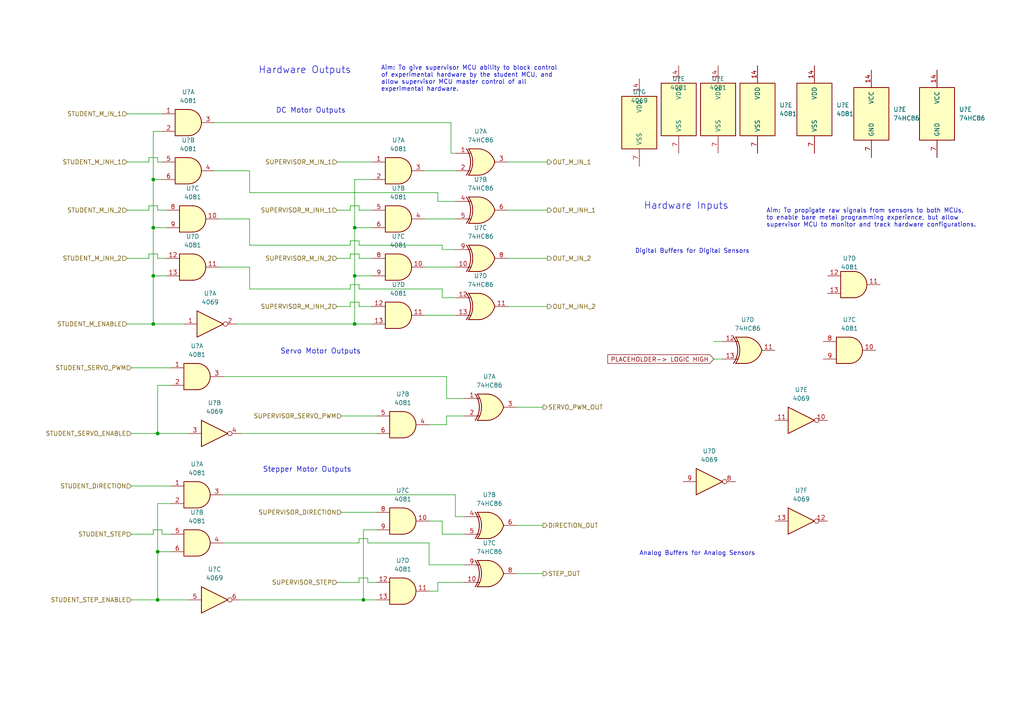
<source format=kicad_sch>
(kicad_sch (version 20211123) (generator eeschema)
  (paper "A4")
  (lib_symbols
    (symbol "4xxx:4069" (pin_names (offset 1.016))
      (property "Reference" "U" (at 0 1.27 0))
      (property "Value" "4069" (at 0 -1.27 0))
      (symbol "4069_1_0"
        (polyline (pts (xy -3.81 3.81) (xy -3.81 -3.81) (xy 3.81 0) (xy -3.81 3.81)) (stroke (width 0.254)) (fill (type background)))
        (pin input line (at -7.62 0 0) (length 3.81) (name "~") (number "1"))
        (pin output inverted (at 7.62 0 180) (length 3.81) (name "~") (number "2"))
      )
      (symbol "4069_2_0"
        (polyline (pts (xy -3.81 3.81) (xy -3.81 -3.81) (xy 3.81 0) (xy -3.81 3.81)) (stroke (width 0.254)) (fill (type background)))
        (pin input line (at -7.62 0 0) (length 3.81) (name "~") (number "3"))
        (pin output inverted (at 7.62 0 180) (length 3.81) (name "~") (number "4"))
      )
      (symbol "4069_3_0"
        (polyline (pts (xy -3.81 3.81) (xy -3.81 -3.81) (xy 3.81 0) (xy -3.81 3.81)) (stroke (width 0.254)) (fill (type background)))
        (pin input line (at -7.62 0 0) (length 3.81) (name "~") (number "5"))
        (pin output inverted (at 7.62 0 180) (length 3.81) (name "~") (number "6"))
      )
      (symbol "4069_4_0"
        (polyline (pts (xy -3.81 3.81) (xy -3.81 -3.81) (xy 3.81 0) (xy -3.81 3.81)) (stroke (width 0.254)) (fill (type background)))
        (pin output inverted (at 7.62 0 180) (length 3.81) (name "~") (number "8"))
        (pin input line (at -7.62 0 0) (length 3.81) (name "~") (number "9"))
      )
      (symbol "4069_5_0"
        (polyline (pts (xy -3.81 3.81) (xy -3.81 -3.81) (xy 3.81 0) (xy -3.81 3.81)) (stroke (width 0.254)) (fill (type background)))
        (pin output inverted (at 7.62 0 180) (length 3.81) (name "~") (number "10"))
        (pin input line (at -7.62 0 0) (length 3.81) (name "~") (number "11"))
      )
      (symbol "4069_6_0"
        (polyline (pts (xy -3.81 3.81) (xy -3.81 -3.81) (xy 3.81 0) (xy -3.81 3.81)) (stroke (width 0.254)) (fill (type background)))
        (pin output inverted (at 7.62 0 180) (length 3.81) (name "~") (number "12"))
        (pin input line (at -7.62 0 0) (length 3.81) (name "~") (number "13"))
      )
      (symbol "4069_7_0"
        (pin power_in line (at 0 12.7 270) (length 5.08) (name "VDD") (number "14"))
        (pin power_in line (at 0 -12.7 90) (length 5.08) (name "VSS") (number "7"))
      )
      (symbol "4069_7_1"
        (rectangle (start -5.08 7.62) (end 5.08 -7.62) (stroke (width 0.254)) (fill (type background)))
      )
    )
    (symbol "4xxx:4081" (pin_names (offset 1.016))
      (property "Reference" "U" (at 0 1.27 0))
      (property "Value" "4081" (at 0 -1.27 0))
      (symbol "4081_1_1"
        (arc (start 0 -3.81) (mid 3.81 0) (end 0 3.81) (stroke (width 0.254)) (fill (type background)))
        (polyline (pts (xy 0 3.81) (xy -3.81 3.81) (xy -3.81 -3.81) (xy 0 -3.81)) (stroke (width 0.254)) (fill (type background)))
        (pin input line (at -7.62 2.54 0) (length 3.81) (name "~") (number "1"))
        (pin input line (at -7.62 -2.54 0) (length 3.81) (name "~") (number "2"))
        (pin output line (at 7.62 0 180) (length 3.81) (name "~") (number "3"))
      )
      (symbol "4081_1_2"
        (arc (start -3.81 -3.81) (mid -2.589 0) (end -3.81 3.81) (stroke (width 0.254)))
        (arc (start -0.6096 -3.81) (mid 2.1855 -2.584) (end 3.81 0) (stroke (width 0.254)) (fill (type background)))
        (polyline (pts (xy -3.81 -3.81) (xy -0.635 -3.81)) (stroke (width 0.254)) (fill (type background)))
        (polyline (pts (xy -3.81 3.81) (xy -0.635 3.81)) (stroke (width 0.254)) (fill (type background)))
        (polyline (pts (xy -0.635 3.81) (xy -3.81 3.81) (xy -3.81 3.81) (xy -3.556 3.4036) (xy -3.0226 2.2606) (xy -2.6924 1.0414) (xy -2.6162 -0.254) (xy -2.7686 -1.4986) (xy -3.175 -2.7178) (xy -3.81 -3.81) (xy -3.81 -3.81) (xy -0.635 -3.81)) (stroke (width -25.4)) (fill (type background)))
        (arc (start 3.81 0) (mid 2.1928 2.5925) (end -0.6096 3.81) (stroke (width 0.254)) (fill (type background)))
        (pin input inverted (at -7.62 2.54 0) (length 4.318) (name "~") (number "1"))
        (pin input inverted (at -7.62 -2.54 0) (length 4.318) (name "~") (number "2"))
        (pin output inverted (at 7.62 0 180) (length 3.81) (name "~") (number "3"))
      )
      (symbol "4081_2_1"
        (arc (start 0 -3.81) (mid 3.81 0) (end 0 3.81) (stroke (width 0.254)) (fill (type background)))
        (polyline (pts (xy 0 3.81) (xy -3.81 3.81) (xy -3.81 -3.81) (xy 0 -3.81)) (stroke (width 0.254)) (fill (type background)))
        (pin output line (at 7.62 0 180) (length 3.81) (name "~") (number "4"))
        (pin input line (at -7.62 2.54 0) (length 3.81) (name "~") (number "5"))
        (pin input line (at -7.62 -2.54 0) (length 3.81) (name "~") (number "6"))
      )
      (symbol "4081_2_2"
        (arc (start -3.81 -3.81) (mid -2.589 0) (end -3.81 3.81) (stroke (width 0.254)))
        (arc (start -0.6096 -3.81) (mid 2.1855 -2.584) (end 3.81 0) (stroke (width 0.254)) (fill (type background)))
        (polyline (pts (xy -3.81 -3.81) (xy -0.635 -3.81)) (stroke (width 0.254)) (fill (type background)))
        (polyline (pts (xy -3.81 3.81) (xy -0.635 3.81)) (stroke (width 0.254)) (fill (type background)))
        (polyline (pts (xy -0.635 3.81) (xy -3.81 3.81) (xy -3.81 3.81) (xy -3.556 3.4036) (xy -3.0226 2.2606) (xy -2.6924 1.0414) (xy -2.6162 -0.254) (xy -2.7686 -1.4986) (xy -3.175 -2.7178) (xy -3.81 -3.81) (xy -3.81 -3.81) (xy -0.635 -3.81)) (stroke (width -25.4)) (fill (type background)))
        (arc (start 3.81 0) (mid 2.1928 2.5925) (end -0.6096 3.81) (stroke (width 0.254)) (fill (type background)))
        (pin output inverted (at 7.62 0 180) (length 3.81) (name "~") (number "4"))
        (pin input inverted (at -7.62 2.54 0) (length 4.318) (name "~") (number "5"))
        (pin input inverted (at -7.62 -2.54 0) (length 4.318) (name "~") (number "6"))
      )
      (symbol "4081_3_1"
        (arc (start 0 -3.81) (mid 3.81 0) (end 0 3.81) (stroke (width 0.254)) (fill (type background)))
        (polyline (pts (xy 0 3.81) (xy -3.81 3.81) (xy -3.81 -3.81) (xy 0 -3.81)) (stroke (width 0.254)) (fill (type background)))
        (pin output line (at 7.62 0 180) (length 3.81) (name "~") (number "10"))
        (pin input line (at -7.62 2.54 0) (length 3.81) (name "~") (number "8"))
        (pin input line (at -7.62 -2.54 0) (length 3.81) (name "~") (number "9"))
      )
      (symbol "4081_3_2"
        (arc (start -3.81 -3.81) (mid -2.589 0) (end -3.81 3.81) (stroke (width 0.254)))
        (arc (start -0.6096 -3.81) (mid 2.1855 -2.584) (end 3.81 0) (stroke (width 0.254)) (fill (type background)))
        (polyline (pts (xy -3.81 -3.81) (xy -0.635 -3.81)) (stroke (width 0.254)) (fill (type background)))
        (polyline (pts (xy -3.81 3.81) (xy -0.635 3.81)) (stroke (width 0.254)) (fill (type background)))
        (polyline (pts (xy -0.635 3.81) (xy -3.81 3.81) (xy -3.81 3.81) (xy -3.556 3.4036) (xy -3.0226 2.2606) (xy -2.6924 1.0414) (xy -2.6162 -0.254) (xy -2.7686 -1.4986) (xy -3.175 -2.7178) (xy -3.81 -3.81) (xy -3.81 -3.81) (xy -0.635 -3.81)) (stroke (width -25.4)) (fill (type background)))
        (arc (start 3.81 0) (mid 2.1928 2.5925) (end -0.6096 3.81) (stroke (width 0.254)) (fill (type background)))
        (pin output inverted (at 7.62 0 180) (length 3.81) (name "~") (number "10"))
        (pin input inverted (at -7.62 2.54 0) (length 4.318) (name "~") (number "8"))
        (pin input inverted (at -7.62 -2.54 0) (length 4.318) (name "~") (number "9"))
      )
      (symbol "4081_4_1"
        (arc (start 0 -3.81) (mid 3.81 0) (end 0 3.81) (stroke (width 0.254)) (fill (type background)))
        (polyline (pts (xy 0 3.81) (xy -3.81 3.81) (xy -3.81 -3.81) (xy 0 -3.81)) (stroke (width 0.254)) (fill (type background)))
        (pin output line (at 7.62 0 180) (length 3.81) (name "~") (number "11"))
        (pin input line (at -7.62 2.54 0) (length 3.81) (name "~") (number "12"))
        (pin input line (at -7.62 -2.54 0) (length 3.81) (name "~") (number "13"))
      )
      (symbol "4081_4_2"
        (arc (start -3.81 -3.81) (mid -2.589 0) (end -3.81 3.81) (stroke (width 0.254)))
        (arc (start -0.6096 -3.81) (mid 2.1855 -2.584) (end 3.81 0) (stroke (width 0.254)) (fill (type background)))
        (polyline (pts (xy -3.81 -3.81) (xy -0.635 -3.81)) (stroke (width 0.254)) (fill (type background)))
        (polyline (pts (xy -3.81 3.81) (xy -0.635 3.81)) (stroke (width 0.254)) (fill (type background)))
        (polyline (pts (xy -0.635 3.81) (xy -3.81 3.81) (xy -3.81 3.81) (xy -3.556 3.4036) (xy -3.0226 2.2606) (xy -2.6924 1.0414) (xy -2.6162 -0.254) (xy -2.7686 -1.4986) (xy -3.175 -2.7178) (xy -3.81 -3.81) (xy -3.81 -3.81) (xy -0.635 -3.81)) (stroke (width -25.4)) (fill (type background)))
        (arc (start 3.81 0) (mid 2.1928 2.5925) (end -0.6096 3.81) (stroke (width 0.254)) (fill (type background)))
        (pin output inverted (at 7.62 0 180) (length 3.81) (name "~") (number "11"))
        (pin input inverted (at -7.62 2.54 0) (length 4.318) (name "~") (number "12"))
        (pin input inverted (at -7.62 -2.54 0) (length 4.318) (name "~") (number "13"))
      )
      (symbol "4081_5_0"
        (pin power_in line (at 0 12.7 270) (length 5.08) (name "VDD") (number "14"))
        (pin power_in line (at 0 -12.7 90) (length 5.08) (name "VSS") (number "7"))
      )
      (symbol "4081_5_1"
        (rectangle (start -5.08 7.62) (end 5.08 -7.62) (stroke (width 0.254)) (fill (type background)))
      )
    )
    (symbol "74xx:74HC86" (pin_names (offset 1.016))
      (property "Reference" "U" (at 0 1.27 0))
      (property "Value" "74HC86" (at 0 -1.27 0))
      (symbol "74HC86_1_0"
        (arc (start -4.4196 -3.81) (mid -3.2033 0) (end -4.4196 3.81) (stroke (width 0.254)))
        (arc (start -3.81 -3.81) (mid -2.589 0) (end -3.81 3.81) (stroke (width 0.254)))
        (arc (start -0.6096 -3.81) (mid 2.1855 -2.584) (end 3.81 0) (stroke (width 0.254)) (fill (type background)))
        (polyline (pts (xy -3.81 -3.81) (xy -0.635 -3.81)) (stroke (width 0.254)) (fill (type background)))
        (polyline (pts (xy -3.81 3.81) (xy -0.635 3.81)) (stroke (width 0.254)) (fill (type background)))
        (polyline (pts (xy -0.635 3.81) (xy -3.81 3.81) (xy -3.81 3.81) (xy -3.556 3.4036) (xy -3.0226 2.2606) (xy -2.6924 1.0414) (xy -2.6162 -0.254) (xy -2.7686 -1.4986) (xy -3.175 -2.7178) (xy -3.81 -3.81) (xy -3.81 -3.81) (xy -0.635 -3.81)) (stroke (width -25.4)) (fill (type background)))
        (arc (start 3.81 0) (mid 2.1928 2.5925) (end -0.6096 3.81) (stroke (width 0.254)) (fill (type background)))
        (pin input line (at -7.62 2.54 0) (length 4.445) (name "~") (number "1"))
        (pin input line (at -7.62 -2.54 0) (length 4.445) (name "~") (number "2"))
        (pin output line (at 7.62 0 180) (length 3.81) (name "~") (number "3"))
      )
      (symbol "74HC86_1_1"
        (polyline (pts (xy -3.81 -2.54) (xy -3.175 -2.54)) (stroke (width 0.1524)))
        (polyline (pts (xy -3.81 2.54) (xy -3.175 2.54)) (stroke (width 0.1524)))
      )
      (symbol "74HC86_2_0"
        (arc (start -4.4196 -3.81) (mid -3.2033 0) (end -4.4196 3.81) (stroke (width 0.254)))
        (arc (start -3.81 -3.81) (mid -2.589 0) (end -3.81 3.81) (stroke (width 0.254)))
        (arc (start -0.6096 -3.81) (mid 2.1855 -2.584) (end 3.81 0) (stroke (width 0.254)) (fill (type background)))
        (polyline (pts (xy -3.81 -3.81) (xy -0.635 -3.81)) (stroke (width 0.254)) (fill (type background)))
        (polyline (pts (xy -3.81 3.81) (xy -0.635 3.81)) (stroke (width 0.254)) (fill (type background)))
        (polyline (pts (xy -0.635 3.81) (xy -3.81 3.81) (xy -3.81 3.81) (xy -3.556 3.4036) (xy -3.0226 2.2606) (xy -2.6924 1.0414) (xy -2.6162 -0.254) (xy -2.7686 -1.4986) (xy -3.175 -2.7178) (xy -3.81 -3.81) (xy -3.81 -3.81) (xy -0.635 -3.81)) (stroke (width -25.4)) (fill (type background)))
        (arc (start 3.81 0) (mid 2.1928 2.5925) (end -0.6096 3.81) (stroke (width 0.254)) (fill (type background)))
        (pin input line (at -7.62 2.54 0) (length 4.445) (name "~") (number "4"))
        (pin input line (at -7.62 -2.54 0) (length 4.445) (name "~") (number "5"))
        (pin output line (at 7.62 0 180) (length 3.81) (name "~") (number "6"))
      )
      (symbol "74HC86_2_1"
        (polyline (pts (xy -3.81 -2.54) (xy -3.175 -2.54)) (stroke (width 0.1524)))
        (polyline (pts (xy -3.81 2.54) (xy -3.175 2.54)) (stroke (width 0.1524)))
      )
      (symbol "74HC86_3_0"
        (arc (start -4.4196 -3.81) (mid -3.2033 0) (end -4.4196 3.81) (stroke (width 0.254)))
        (arc (start -3.81 -3.81) (mid -2.589 0) (end -3.81 3.81) (stroke (width 0.254)))
        (arc (start -0.6096 -3.81) (mid 2.1855 -2.584) (end 3.81 0) (stroke (width 0.254)) (fill (type background)))
        (polyline (pts (xy -3.81 -3.81) (xy -0.635 -3.81)) (stroke (width 0.254)) (fill (type background)))
        (polyline (pts (xy -3.81 3.81) (xy -0.635 3.81)) (stroke (width 0.254)) (fill (type background)))
        (polyline (pts (xy -0.635 3.81) (xy -3.81 3.81) (xy -3.81 3.81) (xy -3.556 3.4036) (xy -3.0226 2.2606) (xy -2.6924 1.0414) (xy -2.6162 -0.254) (xy -2.7686 -1.4986) (xy -3.175 -2.7178) (xy -3.81 -3.81) (xy -3.81 -3.81) (xy -0.635 -3.81)) (stroke (width -25.4)) (fill (type background)))
        (arc (start 3.81 0) (mid 2.1928 2.5925) (end -0.6096 3.81) (stroke (width 0.254)) (fill (type background)))
        (pin input line (at -7.62 -2.54 0) (length 4.445) (name "~") (number "10"))
        (pin output line (at 7.62 0 180) (length 3.81) (name "~") (number "8"))
        (pin input line (at -7.62 2.54 0) (length 4.445) (name "~") (number "9"))
      )
      (symbol "74HC86_3_1"
        (polyline (pts (xy -3.81 -2.54) (xy -3.175 -2.54)) (stroke (width 0.1524)))
        (polyline (pts (xy -3.81 2.54) (xy -3.175 2.54)) (stroke (width 0.1524)))
      )
      (symbol "74HC86_4_0"
        (arc (start -4.4196 -3.81) (mid -3.2033 0) (end -4.4196 3.81) (stroke (width 0.254)))
        (arc (start -3.81 -3.81) (mid -2.589 0) (end -3.81 3.81) (stroke (width 0.254)))
        (arc (start -0.6096 -3.81) (mid 2.1855 -2.584) (end 3.81 0) (stroke (width 0.254)) (fill (type background)))
        (polyline (pts (xy -3.81 -3.81) (xy -0.635 -3.81)) (stroke (width 0.254)) (fill (type background)))
        (polyline (pts (xy -3.81 3.81) (xy -0.635 3.81)) (stroke (width 0.254)) (fill (type background)))
        (polyline (pts (xy -0.635 3.81) (xy -3.81 3.81) (xy -3.81 3.81) (xy -3.556 3.4036) (xy -3.0226 2.2606) (xy -2.6924 1.0414) (xy -2.6162 -0.254) (xy -2.7686 -1.4986) (xy -3.175 -2.7178) (xy -3.81 -3.81) (xy -3.81 -3.81) (xy -0.635 -3.81)) (stroke (width -25.4)) (fill (type background)))
        (arc (start 3.81 0) (mid 2.1928 2.5925) (end -0.6096 3.81) (stroke (width 0.254)) (fill (type background)))
        (pin output line (at 7.62 0 180) (length 3.81) (name "~") (number "11"))
        (pin input line (at -7.62 2.54 0) (length 4.445) (name "~") (number "12"))
        (pin input line (at -7.62 -2.54 0) (length 4.445) (name "~") (number "13"))
      )
      (symbol "74HC86_4_1"
        (polyline (pts (xy -3.81 -2.54) (xy -3.175 -2.54)) (stroke (width 0.1524)))
        (polyline (pts (xy -3.81 2.54) (xy -3.175 2.54)) (stroke (width 0.1524)))
      )
      (symbol "74HC86_5_0"
        (pin power_in line (at 0 12.7 270) (length 5.08) (name "VCC") (number "14"))
        (pin power_in line (at 0 -12.7 90) (length 5.08) (name "GND") (number "7"))
      )
      (symbol "74HC86_5_1"
        (rectangle (start -5.08 7.62) (end 5.08 -7.62) (stroke (width 0.254)) (fill (type background)))
      )
    )
  )
  (junction (at 44.45 52.07))
  (junction (at 44.45 66.04))
  (junction (at 45.72 173.99))
  (junction (at 45.72 160.02))
  (junction (at 102.87 66.04))
  (junction (at 102.87 93.98))
  (junction (at 44.45 80.01))
  (junction (at 45.72 125.73))
  (junction (at 44.45 93.98))
  (junction (at 102.87 80.01))
  (junction (at 105.41 173.99))
  (wire (pts (xy 147.32 60.96) (xy 158.75 60.96)))
  (wire (pts (xy 97.79 60.96) (xy 101.6 60.96)))
  (wire (pts (xy 101.6 74.93) (xy 101.6 73.66)))
  (wire (pts (xy 45.72 160.02) (xy 45.72 173.99)))
  (wire (pts (xy 54.61 173.99) (xy 45.72 173.99)))
  (wire (pts (xy 45.72 160.02) (xy 45.72 146.05)))
  (wire (pts (xy 101.6 73.66) (xy 104.14 73.66)))
  (wire (pts (xy 38.1 154.94) (xy 44.45 154.94)))
  (wire (pts (xy 104.14 157.48) (xy 104.14 156.21)))
  (wire (pts (xy 64.77 157.48) (xy 104.14 157.48)))
  (wire (pts (xy 101.6 83.82) (xy 101.6 82.55)))
  (wire (pts (xy 104.14 60.96) (xy 107.95 60.96)))
  (wire (pts (xy 128.27 83.82) (xy 128.27 86.36)))
  (wire (pts (xy 124.46 123.19) (xy 129.54 123.19)))
  (wire (pts (xy 69.85 125.73) (xy 109.22 125.73)))
  (wire (pts (xy 44.45 153.67) (xy 46.99 153.67)))
  (wire (pts (xy 36.83 60.96) (xy 43.18 60.96)))
  (wire (pts (xy 43.18 60.96) (xy 43.18 59.69)))
  (wire (pts (xy 46.99 154.94) (xy 49.53 154.94)))
  (wire (pts (xy 123.19 77.47) (xy 132.08 77.47)))
  (wire (pts (xy 38.1 106.68) (xy 49.53 106.68)))
  (wire (pts (xy 123.19 49.53) (xy 132.08 49.53)))
  (wire (pts (xy 72.39 49.53) (xy 72.39 55.88)))
  (wire (pts (xy 104.14 87.63) (xy 104.14 88.9)))
  (wire (pts (xy 106.68 157.48) (xy 124.46 157.48)))
  (wire (pts (xy 45.72 60.96) (xy 48.26 60.96)))
  (wire (pts (xy 45.72 111.76) (xy 49.53 111.76)))
  (wire (pts (xy 97.79 168.91) (xy 104.14 168.91)))
  (wire (pts (xy 109.22 153.67) (xy 105.41 153.67)))
  (wire (pts (xy 97.79 88.9) (xy 101.6 88.9)))
  (wire (pts (xy 43.18 73.66) (xy 45.72 73.66)))
  (wire (pts (xy 134.62 168.91) (xy 127 168.91)))
  (wire (pts (xy 130.81 35.56) (xy 130.81 44.45)))
  (wire (pts (xy 45.72 46.99) (xy 45.72 45.72)))
  (wire (pts (xy 104.14 82.55) (xy 104.14 83.82)))
  (wire (pts (xy 104.14 156.21) (xy 106.68 156.21)))
  (wire (pts (xy 36.83 33.02) (xy 46.99 33.02)))
  (wire (pts (xy 149.86 166.37) (xy 157.48 166.37)))
  (wire (pts (xy 72.39 83.82) (xy 101.6 83.82)))
  (wire (pts (xy 45.72 125.73) (xy 38.1 125.73)))
  (wire (pts (xy 104.14 168.91) (xy 104.14 167.64)))
  (wire (pts (xy 46.99 153.67) (xy 46.99 154.94)))
  (wire (pts (xy 69.85 173.99) (xy 105.41 173.99)))
  (wire (pts (xy 45.72 146.05) (xy 49.53 146.05)))
  (wire (pts (xy 45.72 111.76) (xy 45.72 125.73)))
  (wire (pts (xy 101.6 60.96) (xy 101.6 59.69)))
  (wire (pts (xy 105.41 173.99) (xy 109.22 173.99)))
  (wire (pts (xy 44.45 52.07) (xy 46.99 52.07)))
  (wire (pts (xy 123.19 63.5) (xy 132.08 63.5)))
  (wire (pts (xy 124.46 151.13) (xy 128.27 151.13)))
  (wire (pts (xy 102.87 66.04) (xy 102.87 80.01)))
  (wire (pts (xy 101.6 87.63) (xy 104.14 87.63)))
  (wire (pts (xy 64.77 109.22) (xy 129.54 109.22)))
  (wire (pts (xy 44.45 38.1) (xy 44.45 52.07)))
  (wire (pts (xy 46.99 46.99) (xy 45.72 46.99)))
  (wire (pts (xy 104.14 167.64) (xy 106.68 167.64)))
  (wire (pts (xy 53.34 93.98) (xy 44.45 93.98)))
  (wire (pts (xy 209.55 99.06) (xy 207.01 99.06)))
  (wire (pts (xy 101.6 69.85) (xy 104.14 69.85)))
  (wire (pts (xy 149.86 152.4) (xy 157.48 152.4)))
  (wire (pts (xy 45.72 73.66) (xy 45.72 74.93)))
  (wire (pts (xy 107.95 80.01) (xy 102.87 80.01)))
  (wire (pts (xy 36.83 74.93) (xy 43.18 74.93)))
  (wire (pts (xy 128.27 72.39) (xy 132.08 72.39)))
  (wire (pts (xy 99.06 148.59) (xy 109.22 148.59)))
  (wire (pts (xy 101.6 88.9) (xy 101.6 87.63)))
  (wire (pts (xy 104.14 59.69) (xy 104.14 60.96)))
  (wire (pts (xy 36.83 46.99) (xy 43.18 46.99)))
  (wire (pts (xy 62.23 35.56) (xy 130.81 35.56)))
  (wire (pts (xy 72.39 71.12) (xy 101.6 71.12)))
  (wire (pts (xy 123.19 91.44) (xy 132.08 91.44)))
  (wire (pts (xy 62.23 49.53) (xy 72.39 49.53)))
  (wire (pts (xy 128.27 151.13) (xy 128.27 154.94)))
  (wire (pts (xy 68.58 93.98) (xy 102.87 93.98)))
  (wire (pts (xy 45.72 59.69) (xy 45.72 60.96)))
  (wire (pts (xy 127 168.91) (xy 127 171.45)))
  (wire (pts (xy 129.54 120.65) (xy 129.54 123.19)))
  (wire (pts (xy 64.77 143.51) (xy 132.08 143.51)))
  (wire (pts (xy 105.41 153.67) (xy 105.41 173.99)))
  (wire (pts (xy 102.87 52.07) (xy 102.87 66.04)))
  (wire (pts (xy 147.32 74.93) (xy 158.75 74.93)))
  (wire (pts (xy 106.68 168.91) (xy 109.22 168.91)))
  (wire (pts (xy 54.61 125.73) (xy 45.72 125.73)))
  (wire (pts (xy 127 58.42) (xy 127 55.88)))
  (wire (pts (xy 45.72 173.99) (xy 38.1 173.99)))
  (wire (pts (xy 44.45 80.01) (xy 48.26 80.01)))
  (wire (pts (xy 101.6 71.12) (xy 101.6 69.85)))
  (wire (pts (xy 132.08 149.86) (xy 134.62 149.86)))
  (wire (pts (xy 104.14 83.82) (xy 128.27 83.82)))
  (wire (pts (xy 63.5 77.47) (xy 72.39 77.47)))
  (wire (pts (xy 101.6 82.55) (xy 104.14 82.55)))
  (wire (pts (xy 107.95 52.07) (xy 102.87 52.07)))
  (wire (pts (xy 124.46 157.48) (xy 124.46 163.83)))
  (wire (pts (xy 44.45 154.94) (xy 44.45 153.67)))
  (wire (pts (xy 45.72 160.02) (xy 49.53 160.02)))
  (wire (pts (xy 128.27 71.12) (xy 128.27 72.39)))
  (wire (pts (xy 48.26 66.04) (xy 44.45 66.04)))
  (wire (pts (xy 72.39 55.88) (xy 127 55.88)))
  (wire (pts (xy 72.39 77.47) (xy 72.39 83.82)))
  (wire (pts (xy 104.14 74.93) (xy 107.95 74.93)))
  (wire (pts (xy 104.14 69.85) (xy 104.14 71.12)))
  (wire (pts (xy 102.87 93.98) (xy 107.95 93.98)))
  (wire (pts (xy 124.46 171.45) (xy 127 171.45)))
  (wire (pts (xy 43.18 45.72) (xy 43.18 46.99)))
  (wire (pts (xy 124.46 163.83) (xy 134.62 163.83)))
  (wire (pts (xy 129.54 109.22) (xy 129.54 115.57)))
  (wire (pts (xy 132.08 58.42) (xy 127 58.42)))
  (wire (pts (xy 97.79 74.93) (xy 101.6 74.93)))
  (wire (pts (xy 43.18 74.93) (xy 43.18 73.66)))
  (wire (pts (xy 45.72 74.93) (xy 48.26 74.93)))
  (wire (pts (xy 104.14 71.12) (xy 128.27 71.12)))
  (wire (pts (xy 44.45 80.01) (xy 44.45 66.04)))
  (wire (pts (xy 128.27 154.94) (xy 134.62 154.94)))
  (wire (pts (xy 129.54 115.57) (xy 134.62 115.57)))
  (wire (pts (xy 147.32 88.9) (xy 158.75 88.9)))
  (wire (pts (xy 45.72 45.72) (xy 43.18 45.72)))
  (wire (pts (xy 107.95 66.04) (xy 102.87 66.04)))
  (wire (pts (xy 207.01 104.14) (xy 209.55 104.14)))
  (wire (pts (xy 101.6 59.69) (xy 104.14 59.69)))
  (wire (pts (xy 132.08 143.51) (xy 132.08 149.86)))
  (wire (pts (xy 106.68 167.64) (xy 106.68 168.91)))
  (wire (pts (xy 44.45 93.98) (xy 36.83 93.98)))
  (wire (pts (xy 104.14 73.66) (xy 104.14 74.93)))
  (wire (pts (xy 147.32 46.99) (xy 158.75 46.99)))
  (wire (pts (xy 72.39 63.5) (xy 72.39 71.12)))
  (wire (pts (xy 130.81 44.45) (xy 132.08 44.45)))
  (wire (pts (xy 102.87 80.01) (xy 102.87 93.98)))
  (wire (pts (xy 97.79 46.99) (xy 107.95 46.99)))
  (wire (pts (xy 99.06 120.65) (xy 109.22 120.65)))
  (wire (pts (xy 44.45 80.01) (xy 44.45 93.98)))
  (wire (pts (xy 38.1 140.97) (xy 49.53 140.97)))
  (wire (pts (xy 149.86 118.11) (xy 157.48 118.11)))
  (wire (pts (xy 46.99 38.1) (xy 44.45 38.1)))
  (wire (pts (xy 104.14 88.9) (xy 107.95 88.9)))
  (wire (pts (xy 106.68 156.21) (xy 106.68 157.48)))
  (wire (pts (xy 44.45 66.04) (xy 44.45 52.07)))
  (wire (pts (xy 43.18 59.69) (xy 45.72 59.69)))
  (wire (pts (xy 128.27 86.36) (xy 132.08 86.36)))
  (wire (pts (xy 63.5 63.5) (xy 72.39 63.5)))
  (wire (pts (xy 134.62 120.65) (xy 129.54 120.65)))
  (text "Hardware Outputs" (at 74.93 21.59 0) (effects (font (size 2 2)) (justify left bottom)))
  (text "Digital Buffers for Digital Sensors" (at 184.15 73.66 0) (effects (font (size 1.27 1.27)) (justify left bottom)))
  (text "Analog Buffers for Analog Sensors" (at 185.42 161.29 0) (effects (font (size 1.27 1.27)) (justify left bottom)))
  (text "Stepper Motor Outputs" (at 76.2 137.16 0) (effects (font (size 1.5 1.5)) (justify left bottom)))
  (text "Aim: To give supervisor MCU ability to block control \nof experimental hardware by the student MCU, and\nallow supervisor MCU master control of all\nexperimental hardware." (at 110.49 26.67 0) (effects (font (size 1.27 1.27)) (justify left bottom)))
  (text "Aim: To propigate raw signals from sensors to both MCUs, \nto enable bare metal programming experience, but allow\nsupervisor MCU to monitor and track hardware configurations." (at 222.25 66.04 0) (effects (font (size 1.27 1.27)) (justify left bottom)))
  (text "Servo Motor Outputs" (at 81.28 102.87 0) (effects (font (size 1.5 1.5)) (justify left bottom)))
  (text "DC Motor Outputs" (at 80.01 33.02 0) (effects (font (size 1.5 1.5)) (justify left bottom)))
  (text "Hardware Inputs" (at 186.69 60.96 0) (effects (font (size 2 2)) (justify left bottom)))
  (global_label "PLACEHOLDER-> LOGIC HIGH" (shape input) (at 207.01 104.14 180) (property "Intersheet References" "${INTERSHEET_REFS}" (effects hide)))
  (hierarchical_label "OUT_M_INH_1" (shape output) (at 158.75 60.96 0))
  (hierarchical_label "STEP_OUT" (shape output) (at 157.48 166.37 0))
  (hierarchical_label "STUDENT_M_IN_1" (shape input) (at 36.83 33.02 180))
  (hierarchical_label "SUPERVISOR_M_INH_2" (shape input) (at 97.79 88.9 180))
  (hierarchical_label "STUDENT_DIRECTION" (shape input) (at 38.1 140.97 180))
  (hierarchical_label "OUT_M_IN_2" (shape output) (at 158.75 74.93 0))
  (hierarchical_label "STUDENT_M_ENABLE" (shape input) (at 36.83 93.98 180))
  (hierarchical_label "STUDENT_SERVO_PWM" (shape input) (at 38.1 106.68 180))
  (hierarchical_label "SUPERVISOR_M_IN_2" (shape input) (at 97.79 74.93 180))
  (hierarchical_label "SUPERVISOR_STEP" (shape input) (at 97.79 168.91 180))
  (hierarchical_label "STUDENT_M_IN_2" (shape input) (at 36.83 60.96 180))
  (hierarchical_label "OUT_M_IN_1" (shape output) (at 158.75 46.99 0))
  (hierarchical_label "SERVO_PWM_OUT" (shape output) (at 157.48 118.11 0))
  (hierarchical_label "OUT_M_INH_2" (shape output) (at 158.75 88.9 0))
  (hierarchical_label "SUPERVISOR_M_INH_1" (shape input) (at 97.79 60.96 180))
  (hierarchical_label "STUDENT_STEP_ENABLE" (shape input) (at 38.1 173.99 180))
  (hierarchical_label "STUDENT_M_INH_2" (shape input) (at 36.83 74.93 180))
  (hierarchical_label "SUPERVISOR_DIRECTION" (shape input) (at 99.06 148.59 180))
  (hierarchical_label "DIRECTION_OUT" (shape output) (at 157.48 152.4 0))
  (hierarchical_label "SUPERVISOR_SERVO_PWM" (shape input) (at 99.06 120.65 180))
  (hierarchical_label "STUDENT_SERVO_ENABLE" (shape input) (at 38.1 125.73 180))
  (hierarchical_label "STUDENT_M_INH_1" (shape input) (at 36.83 46.99 180))
  (hierarchical_label "SUPERVISOR_M_IN_1" (shape input) (at 97.79 46.99 180))
  (hierarchical_label "STUDENT_STEP" (shape input) (at 38.1 154.94 180))
  (symbol (lib_id "4xxx:4081") (at 116.84 151.13 0) (unit 3)
    (property "Reference" "U?" (at 116.84 142.24 0))
    (property "Value" "4081" (at 116.84 144.78 0))
    (property "Datasheet" "http://www.intersil.com/content/dam/Intersil/documents/cd40/cd4073bms-81bms-82bms.pdf" (effects hide))
  )
  (symbol (lib_id "74xx:74HC86") (at 271.78 33.02 0) (unit 5)
    (property "Reference" "U?" (at 278.13 31.7499 0) (effects (justify left)))
    (property "Value" "74HC86" (at 278.13 34.2899 0) (effects (justify left)))
    (property "Datasheet" "http://www.ti.com/lit/gpn/sn74HC86" (effects hide))
  )
  (symbol (lib_id "4xxx:4081") (at 55.88 63.5 0) (unit 3)
    (property "Reference" "U?" (at 55.88 54.61 0))
    (property "Value" "4081" (at 55.88 57.15 0))
    (property "Datasheet" "http://www.intersil.com/content/dam/Intersil/documents/cd40/cd4073bms-81bms-82bms.pdf" (effects hide))
  )
  (symbol (lib_id "4xxx:4069") (at 60.96 93.98 0) (unit 1)
    (property "Reference" "U?" (at 60.96 85.09 0))
    (property "Value" "4069" (at 60.96 87.63 0))
    (property "Datasheet" "http://www.intersil.com/content/dam/Intersil/documents/cd40/cd4069ubms.pdf" (effects hide))
  )
  (symbol (lib_id "4xxx:4069") (at 205.74 139.7 0) (unit 4)
    (property "Reference" "U?" (at 205.74 130.81 0))
    (property "Value" "4069" (at 205.74 133.35 0))
    (property "Datasheet" "http://www.intersil.com/content/dam/Intersil/documents/cd40/cd4069ubms.pdf" (effects hide))
  )
  (symbol (lib_id "74xx:74HC86") (at 139.7 74.93 0) (unit 3)
    (property "Reference" "U?" (at 139.3952 66.04 0))
    (property "Value" "74HC86" (at 139.3952 68.58 0))
    (property "Datasheet" "http://www.ti.com/lit/gpn/sn74HC86" (effects hide))
  )
  (symbol (lib_id "4xxx:4081") (at 57.15 157.48 0) (unit 2)
    (property "Reference" "U?" (at 57.15 148.59 0))
    (property "Value" "4081" (at 57.15 151.13 0))
    (property "Datasheet" "http://www.intersil.com/content/dam/Intersil/documents/cd40/cd4073bms-81bms-82bms.pdf" (effects hide))
  )
  (symbol (lib_id "4xxx:4081") (at 54.61 35.56 0) (unit 1)
    (property "Reference" "U?" (at 54.61 26.67 0))
    (property "Value" "4081" (at 54.61 29.21 0))
    (property "Datasheet" "http://www.intersil.com/content/dam/Intersil/documents/cd40/cd4073bms-81bms-82bms.pdf" (effects hide))
  )
  (symbol (lib_id "4xxx:4081") (at 236.22 31.75 0) (unit 5)
    (property "Reference" "U?" (at 242.57 30.4799 0) (effects (justify left)))
    (property "Value" "4081" (at 242.57 33.0199 0) (effects (justify left)))
    (property "Datasheet" "http://www.intersil.com/content/dam/Intersil/documents/cd40/cd4073bms-81bms-82bms.pdf" (effects hide))
  )
  (symbol (lib_id "4xxx:4069") (at 62.23 173.99 0) (unit 3)
    (property "Reference" "U?" (at 62.23 165.1 0))
    (property "Value" "4069" (at 62.23 167.64 0))
    (property "Datasheet" "http://www.intersil.com/content/dam/Intersil/documents/cd40/cd4069ubms.pdf" (effects hide))
  )
  (symbol (lib_id "4xxx:4069") (at 185.42 35.56 0) (unit 7)
    (property "Reference" "U?" (at 185.42 26.67 0))
    (property "Value" "4069" (at 185.42 29.21 0))
    (property "Datasheet" "http://www.intersil.com/content/dam/Intersil/documents/cd40/cd4069ubms.pdf" (effects hide))
  )
  (symbol (lib_id "4xxx:4081") (at 115.57 49.53 0) (unit 1)
    (property "Reference" "U?" (at 115.57 40.64 0))
    (property "Value" "4081" (at 115.57 43.18 0))
    (property "Datasheet" "http://www.intersil.com/content/dam/Intersil/documents/cd40/cd4073bms-81bms-82bms.pdf" (effects hide))
  )
  (symbol (lib_id "74xx:74HC86") (at 142.24 118.11 0) (unit 1)
    (property "Reference" "U?" (at 141.9352 109.22 0))
    (property "Value" "74HC86" (at 141.9352 111.76 0))
    (property "Datasheet" "http://www.ti.com/lit/gpn/sn74HC86" (effects hide))
  )
  (symbol (lib_id "4xxx:4081") (at 246.38 101.6 0) (unit 3)
    (property "Reference" "U?" (at 246.38 92.71 0))
    (property "Value" "4081" (at 246.38 95.25 0))
    (property "Datasheet" "http://www.intersil.com/content/dam/Intersil/documents/cd40/cd4073bms-81bms-82bms.pdf" (effects hide))
  )
  (symbol (lib_id "4xxx:4081") (at 57.15 109.22 0) (unit 1)
    (property "Reference" "U?" (at 57.15 100.33 0))
    (property "Value" "4081" (at 57.15 102.87 0))
    (property "Datasheet" "http://www.intersil.com/content/dam/Intersil/documents/cd40/cd4073bms-81bms-82bms.pdf" (effects hide))
  )
  (symbol (lib_id "4xxx:4081") (at 57.15 143.51 0) (unit 1)
    (property "Reference" "U?" (at 57.15 134.62 0))
    (property "Value" "4081" (at 57.15 137.16 0))
    (property "Datasheet" "http://www.intersil.com/content/dam/Intersil/documents/cd40/cd4073bms-81bms-82bms.pdf" (effects hide))
  )
  (symbol (lib_id "74xx:74HC86") (at 142.24 152.4 0) (unit 2)
    (property "Reference" "U?" (at 141.9352 143.51 0))
    (property "Value" "74HC86" (at 141.9352 146.05 0))
    (property "Datasheet" "http://www.ti.com/lit/gpn/sn74HC86" (effects hide))
  )
  (symbol (lib_id "74xx:74HC86") (at 217.17 101.6 0) (unit 4)
    (property "Reference" "U?" (at 216.8652 92.71 0))
    (property "Value" "74HC86" (at 216.8652 95.25 0))
    (property "Datasheet" "http://www.ti.com/lit/gpn/sn74HC86" (effects hide))
  )
  (symbol (lib_id "4xxx:4081") (at 116.84 171.45 0) (unit 4)
    (property "Reference" "U?" (at 116.84 162.56 0))
    (property "Value" "4081" (at 116.84 165.1 0))
    (property "Datasheet" "http://www.intersil.com/content/dam/Intersil/documents/cd40/cd4073bms-81bms-82bms.pdf" (effects hide))
  )
  (symbol (lib_id "4xxx:4081") (at 115.57 91.44 0) (unit 4)
    (property "Reference" "U?" (at 115.57 82.55 0))
    (property "Value" "4081" (at 115.57 85.09 0))
    (property "Datasheet" "http://www.intersil.com/content/dam/Intersil/documents/cd40/cd4073bms-81bms-82bms.pdf" (effects hide))
  )
  (symbol (lib_id "74xx:74HC86") (at 142.24 166.37 0) (unit 3)
    (property "Reference" "U?" (at 141.9352 157.48 0))
    (property "Value" "74HC86" (at 141.9352 160.02 0))
    (property "Datasheet" "http://www.ti.com/lit/gpn/sn74HC86" (effects hide))
  )
  (symbol (lib_id "4xxx:4069") (at 62.23 125.73 0) (unit 2)
    (property "Reference" "U?" (at 62.23 116.84 0))
    (property "Value" "4069" (at 62.23 119.38 0))
    (property "Datasheet" "http://www.intersil.com/content/dam/Intersil/documents/cd40/cd4069ubms.pdf" (effects hide))
  )
  (symbol (lib_id "74xx:74HC86") (at 139.7 88.9 0) (unit 4)
    (property "Reference" "U?" (at 139.3952 80.01 0))
    (property "Value" "74HC86" (at 139.3952 82.55 0))
    (property "Datasheet" "http://www.ti.com/lit/gpn/sn74HC86" (effects hide))
  )
  (symbol (lib_id "74xx:74HC86") (at 252.73 33.02 0) (unit 5)
    (property "Reference" "U?" (at 259.08 31.7499 0) (effects (justify left)))
    (property "Value" "74HC86" (at 259.08 34.2899 0) (effects (justify left)))
    (property "Datasheet" "http://www.ti.com/lit/gpn/sn74HC86" (effects hide))
  )
  (symbol (lib_id "4xxx:4081") (at 116.84 123.19 0) (unit 2)
    (property "Reference" "U?" (at 116.84 114.3 0))
    (property "Value" "4081" (at 116.84 116.84 0))
    (property "Datasheet" "http://www.intersil.com/content/dam/Intersil/documents/cd40/cd4073bms-81bms-82bms.pdf" (effects hide))
  )
  (symbol (lib_id "74xx:74HC86") (at 139.7 60.96 0) (unit 2)
    (property "Reference" "U?" (at 139.3952 52.07 0))
    (property "Value" "74HC86" (at 139.3952 54.61 0))
    (property "Datasheet" "http://www.ti.com/lit/gpn/sn74HC86" (effects hide))
  )
  (symbol (lib_id "4xxx:4069") (at 232.41 151.13 0) (unit 6)
    (property "Reference" "U?" (at 232.41 142.24 0))
    (property "Value" "4069" (at 232.41 144.78 0))
    (property "Datasheet" "http://www.intersil.com/content/dam/Intersil/documents/cd40/cd4069ubms.pdf" (effects hide))
  )
  (symbol (lib_id "4xxx:4081") (at 219.71 31.75 0) (unit 5)
    (property "Reference" "U?" (at 226.06 30.4799 0) (effects (justify left)))
    (property "Value" "4081" (at 226.06 33.0199 0) (effects (justify left)))
    (property "Datasheet" "http://www.intersil.com/content/dam/Intersil/documents/cd40/cd4073bms-81bms-82bms.pdf" (effects hide))
  )
  (symbol (lib_id "74xx:74HC86") (at 139.7 46.99 0) (unit 1)
    (property "Reference" "U?" (at 139.3952 38.1 0))
    (property "Value" "74HC86" (at 139.3952 40.64 0))
    (property "Datasheet" "http://www.ti.com/lit/gpn/sn74HC86" (effects hide))
  )
  (symbol (lib_id "4xxx:4081") (at 54.61 49.53 0) (unit 2)
    (property "Reference" "U?" (at 54.61 40.64 0))
    (property "Value" "4081" (at 54.61 43.18 0))
    (property "Datasheet" "http://www.intersil.com/content/dam/Intersil/documents/cd40/cd4073bms-81bms-82bms.pdf" (effects hide))
  )
  (symbol (lib_id "4xxx:4081") (at 247.65 82.55 0) (unit 4)
    (property "Reference" "U?" (at 246.38 74.93 0))
    (property "Value" "4081" (at 246.38 77.47 0))
    (property "Datasheet" "http://www.intersil.com/content/dam/Intersil/documents/cd40/cd4073bms-81bms-82bms.pdf" (effects hide))
  )
  (symbol (lib_id "4xxx:4081") (at 55.88 77.47 0) (unit 4)
    (property "Reference" "U?" (at 55.88 68.58 0))
    (property "Value" "4081" (at 55.88 71.12 0))
    (property "Datasheet" "http://www.intersil.com/content/dam/Intersil/documents/cd40/cd4073bms-81bms-82bms.pdf" (effects hide))
  )
  (symbol (lib_id "4xxx:4081") (at 115.57 63.5 0) (unit 2)
    (property "Reference" "U?" (at 115.57 54.61 0))
    (property "Value" "4081" (at 115.57 57.15 0))
    (property "Datasheet" "http://www.intersil.com/content/dam/Intersil/documents/cd40/cd4073bms-81bms-82bms.pdf" (effects hide))
  )
  (symbol (lib_id "4xxx:4081") (at 196.85 31.75 0) (unit 5)
    (property "Reference" "U?" (at 196.85 22.86 0))
    (property "Value" "4081" (at 196.85 25.4 0))
    (property "Datasheet" "http://www.intersil.com/content/dam/Intersil/documents/cd40/cd4073bms-81bms-82bms.pdf" (effects hide))
  )
  (symbol (lib_id "4xxx:4081") (at 115.57 77.47 0) (unit 3)
    (property "Reference" "U?" (at 115.57 68.58 0))
    (property "Value" "4081" (at 115.57 71.12 0))
    (property "Datasheet" "http://www.intersil.com/content/dam/Intersil/documents/cd40/cd4073bms-81bms-82bms.pdf" (effects hide))
  )
  (symbol (lib_id "4xxx:4069") (at 232.41 121.92 0) (unit 5)
    (property "Reference" "U?" (at 232.41 113.03 0))
    (property "Value" "4069" (at 232.41 115.57 0))
    (property "Datasheet" "http://www.intersil.com/content/dam/Intersil/documents/cd40/cd4069ubms.pdf" (effects hide))
  )
  (symbol (lib_id "4xxx:4081") (at 208.28 31.75 0) (unit 5)
    (property "Reference" "U?" (at 208.28 22.86 0))
    (property "Value" "4081" (at 208.28 25.4 0))
    (property "Datasheet" "http://www.intersil.com/content/dam/Intersil/documents/cd40/cd4073bms-81bms-82bms.pdf" (effects hide))
  )
)
</source>
